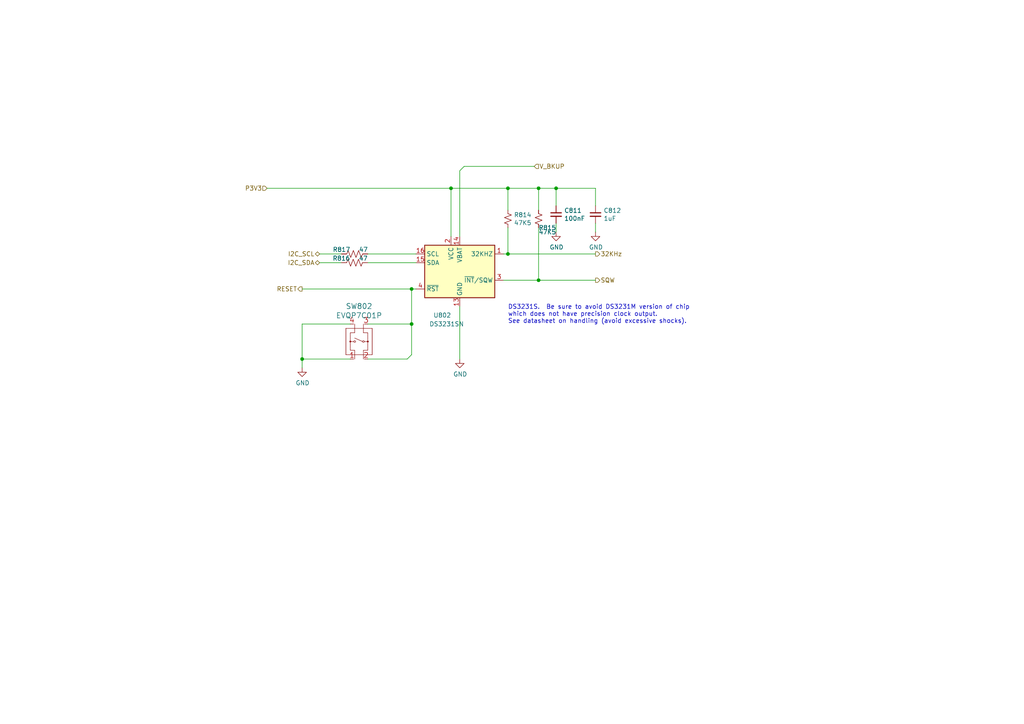
<source format=kicad_sch>
(kicad_sch (version 20211123) (generator eeschema)
  (paper "A4")
  (lib_symbols
    (symbol "Device:C_Small" (pin_numbers hide) (pin_names (offset 0.254) hide)
      (property "Reference" "C" (at 0.254 1.778 0))
      (property "Value" "C_Small" (at 0.254 -2.032 0))
      (symbol "C_Small_0_1"
        (polyline (pts (xy -1.524 -0.508) (xy 1.524 -0.508)) (stroke (width 0.3302)))
        (polyline (pts (xy -1.524 0.508) (xy 1.524 0.508)) (stroke (width 0.3048)))
      )
      (symbol "C_Small_1_1"
        (pin passive line (at 0 2.54 270) (length 2.032) (name "~") (number "1"))
        (pin passive line (at 0 -2.54 90) (length 2.032) (name "~") (number "2"))
      )
    )
    (symbol "Device:R_Small_US" (pin_numbers hide) (pin_names (offset 0.254) hide)
      (property "Reference" "R" (at 0.762 0.508 0))
      (property "Value" "R_Small_US" (at 0.762 -1.016 0))
      (symbol "R_Small_US_1_1"
        (polyline (pts (xy 0 0) (xy 1.016 -0.381) (xy 0 -0.762) (xy -1.016 -1.143) (xy 0 -1.524)))
        (polyline (pts (xy 0 1.524) (xy 1.016 1.143) (xy 0 0.762) (xy -1.016 0.381) (xy 0 0)))
        (pin passive line (at 0 2.54 270) (length 1.016) (name "~") (number "1"))
        (pin passive line (at 0 -2.54 90) (length 1.016) (name "~") (number "2"))
      )
    )
    (symbol "Device:R_US" (pin_numbers hide) (pin_names (offset 0))
      (property "Reference" "R" (at 2.54 0 90))
      (property "Value" "R_US" (at -2.54 0 90))
      (symbol "R_US_0_1"
        (polyline (pts (xy 0 -2.286) (xy 0 -2.54)))
        (polyline (pts (xy 0 2.286) (xy 0 2.54)))
        (polyline (pts (xy 0 -0.762) (xy 1.016 -1.143) (xy 0 -1.524) (xy -1.016 -1.905) (xy 0 -2.286)))
        (polyline (pts (xy 0 0.762) (xy 1.016 0.381) (xy 0 0) (xy -1.016 -0.381) (xy 0 -0.762)))
        (polyline (pts (xy 0 2.286) (xy 1.016 1.905) (xy 0 1.524) (xy -1.016 1.143) (xy 0 0.762)))
      )
      (symbol "R_US_1_1"
        (pin passive line (at 0 3.81 270) (length 1.27) (name "~") (number "1"))
        (pin passive line (at 0 -3.81 90) (length 1.27) (name "~") (number "2"))
      )
    )
    (symbol "EVQP7C01P:EVQP7C01P" (pin_names (offset 0.254) hide)
      (property "Reference" "SW" (at 10.16 6.35 0))
      (property "Value" "EVQP7C01P" (at 15.24 3.81 0))
      (symbol "EVQP7C01P_1_1"
        (polyline (pts (xy 22.86 -2.54) (xy 22.86 5.08)))
        (polyline (pts (xy 22.86 -2.54) (xy 30.48 -2.54)) (stroke (width 0.127)))
        (polyline (pts (xy 24.13 -1.27) (xy 24.13 3.81)) (stroke (width 0.127)))
        (polyline (pts (xy 24.13 1.27) (xy 25.146 1.27)) (stroke (width 0.127)))
        (polyline (pts (xy 24.13 3.81) (xy 25.4 3.81)) (stroke (width 0.127)))
        (polyline (pts (xy 25.4 -3.81) (xy 25.4 -1.27)) (stroke (width 0.127)))
        (polyline (pts (xy 25.4 -1.27) (xy 24.13 -1.27)) (stroke (width 0.127)))
        (polyline (pts (xy 25.4 2.286) (xy 27.686 1.27)) (stroke (width 0.127)))
        (polyline (pts (xy 25.4 3.81) (xy 25.4 6.35)) (stroke (width 0.127)))
        (polyline (pts (xy 27.94 -1.27) (xy 27.94 -3.81)) (stroke (width 0.127)))
        (polyline (pts (xy 27.94 3.81) (xy 29.21 3.81)) (stroke (width 0.127)))
        (polyline (pts (xy 27.94 6.35) (xy 27.94 3.81)) (stroke (width 0.127)))
        (polyline (pts (xy 28.194 1.27) (xy 29.21 1.27)) (stroke (width 0.127)))
        (polyline (pts (xy 29.21 -1.27) (xy 27.94 -1.27)) (stroke (width 0.127)))
        (polyline (pts (xy 29.21 3.81) (xy 29.21 -1.27)) (stroke (width 0.127)))
        (polyline (pts (xy 30.48 -2.54) (xy 30.48 5.08)))
        (polyline (pts (xy 30.48 5.08) (xy 22.86 5.08)) (stroke (width 0.127)))
        (circle (center 24.13 1.27) (radius 0.127) (stroke (width 0.254)))
        (arc (start 24.257 1.27) (mid 24.003 1.27) (end 24.257 1.27) (stroke (width 0.254)))
        (circle (center 25.4 1.27) (radius 0.254) (stroke (width 0.127)))
        (arc (start 25.654 1.27) (mid 25.146 1.27) (end 25.654 1.27) (stroke (width 0.127)))
        (circle (center 27.94 1.27) (radius 0.254) (stroke (width 0.127)))
        (arc (start 28.194 1.27) (mid 27.686 1.27) (end 28.194 1.27) (stroke (width 0.127)))
        (circle (center 29.21 1.27) (radius 0.127) (stroke (width 0.254)))
        (arc (start 29.337 1.27) (mid 29.083 1.27) (end 29.337 1.27) (stroke (width 0.254)))
        (pin unspecified line (at 24.13 -3.81 0) (length 0.9906) (name "1") (number "1"))
        (pin unspecified line (at 29.21 -3.81 180) (length 0.9906) (name "2") (number "2"))
        (pin unspecified line (at 29.21 6.35 180) (length 0.9906) (name "3") (number "3"))
        (pin unspecified line (at 24.13 6.35 0) (length 0.9906) (name "4") (number "4"))
      )
    )
    (symbol "power:GND" (power) (pin_names (offset 0))
      (property "Value" "GND" (at 0 -3.81 0))
      (symbol "GND_0_1"
        (polyline (pts (xy 0 0) (xy 0 -1.27) (xy 1.27 -1.27) (xy 0 -2.54) (xy -1.27 -1.27) (xy 0 -1.27)))
      )
      (symbol "GND_1_1"
        (pin power_in line (at 0 0 270) (length 0) hide (name "GND") (number "1"))
      )
    )
    (symbol "sapphireMini:DS3231S"
      (property "Reference" "U" (at -7.62 8.89 0))
      (property "Value" "DS3231S" (at 10.16 8.89 0))
      (symbol "DS3231S_0_1"
        (rectangle (start -10.16 7.62) (end 10.16 -7.62) (stroke (width 0.254)) (fill (type background)))
      )
      (symbol "DS3231S_1_1"
        (pin open_collector line (at 12.7 5.08 180) (length 2.54) (name "32KHZ") (number "1"))
        (pin passive line (at 0 -10.16 90) (length 2.54) hide (name "GND") (number "10"))
        (pin passive line (at 0 -10.16 90) (length 2.54) hide (name "GND") (number "11"))
        (pin passive line (at 0 -10.16 90) (length 2.54) hide (name "GND") (number "12"))
        (pin power_in line (at 0 -10.16 90) (length 2.54) (name "GND") (number "13"))
        (pin power_in line (at 0 10.16 270) (length 2.54) (name "VBAT") (number "14"))
        (pin bidirectional line (at -12.7 2.54 0) (length 2.54) (name "SDA") (number "15"))
        (pin input line (at -12.7 5.08 0) (length 2.54) (name "SCL") (number "16"))
        (pin power_in line (at -2.54 10.16 270) (length 2.54) (name "VCC") (number "2"))
        (pin open_collector line (at 12.7 -2.54 180) (length 2.54) (name "~{INT}/SQW") (number "3"))
        (pin bidirectional line (at -12.7 -5.08 0) (length 2.54) (name "~{RST}") (number "4"))
        (pin passive line (at 0 -10.16 90) (length 2.54) hide (name "GND") (number "5"))
        (pin passive line (at 0 -10.16 90) (length 2.54) hide (name "GND") (number "6"))
        (pin passive line (at 0 -10.16 90) (length 2.54) hide (name "GND") (number "7"))
        (pin passive line (at 0 -10.16 90) (length 2.54) hide (name "GND") (number "8"))
        (pin passive line (at 0 -10.16 90) (length 2.54) hide (name "GND") (number "9"))
      )
    )
  )
  (junction (at 147.32 73.66))
  (junction (at 130.81 54.61))
  (junction (at 87.63 104.14))
  (junction (at 147.32 54.61))
  (junction (at 119.38 93.98))
  (junction (at 161.29 54.61))
  (junction (at 156.21 81.28))
  (junction (at 156.21 54.61))
  (junction (at 119.38 83.82))
  (wire (pts (xy 147.32 73.66) (xy 147.32 66.04)))
  (wire (pts (xy 119.38 93.98) (xy 119.38 102.87)))
  (wire (pts (xy 119.38 83.82) (xy 120.65 83.82)))
  (wire (pts (xy 119.38 102.87) (xy 118.11 104.14)))
  (wire (pts (xy 147.32 54.61) (xy 156.21 54.61)))
  (wire (pts (xy 146.05 81.28) (xy 156.21 81.28)))
  (wire (pts (xy 133.35 49.53) (xy 134.62 48.26)))
  (wire (pts (xy 118.11 104.14) (xy 106.68 104.14)))
  (wire (pts (xy 156.21 54.61) (xy 161.29 54.61)))
  (wire (pts (xy 147.32 73.66) (xy 172.72 73.66)))
  (wire (pts (xy 77.47 54.61) (xy 130.81 54.61)))
  (wire (pts (xy 101.6 104.14) (xy 87.63 104.14)))
  (wire (pts (xy 130.81 54.61) (xy 147.32 54.61)))
  (wire (pts (xy 106.68 73.66) (xy 120.65 73.66)))
  (wire (pts (xy 156.21 66.04) (xy 156.21 81.28)))
  (wire (pts (xy 156.21 81.28) (xy 172.72 81.28)))
  (wire (pts (xy 161.29 59.69) (xy 161.29 54.61)))
  (wire (pts (xy 130.81 68.58) (xy 130.81 54.61)))
  (wire (pts (xy 92.71 73.66) (xy 99.06 73.66)))
  (wire (pts (xy 133.35 104.14) (xy 133.35 88.9)))
  (wire (pts (xy 106.6357 76.2) (xy 120.65 76.2)))
  (wire (pts (xy 146.05 73.66) (xy 147.32 73.66)))
  (wire (pts (xy 156.21 60.96) (xy 156.21 54.61)))
  (wire (pts (xy 161.29 54.61) (xy 172.72 54.61)))
  (wire (pts (xy 87.63 93.98) (xy 101.6 93.98)))
  (wire (pts (xy 87.63 106.68) (xy 87.63 104.14)))
  (wire (pts (xy 147.32 60.96) (xy 147.32 54.61)))
  (wire (pts (xy 161.29 67.31) (xy 161.29 64.77)))
  (wire (pts (xy 87.63 93.98) (xy 87.63 104.14)))
  (wire (pts (xy 172.72 54.61) (xy 172.72 59.69)))
  (wire (pts (xy 119.38 83.82) (xy 119.38 93.98)))
  (wire (pts (xy 92.71 76.2) (xy 99.0157 76.2)))
  (wire (pts (xy 106.68 93.98) (xy 119.38 93.98)))
  (wire (pts (xy 87.63 83.82) (xy 119.38 83.82)))
  (wire (pts (xy 133.35 49.53) (xy 133.35 68.58)))
  (wire (pts (xy 134.62 48.26) (xy 154.94 48.26)))
  (wire (pts (xy 172.72 64.77) (xy 172.72 67.31)))
  (text "DS3231S.  Be sure to avoid DS3231M version of chip \nwhich does not have precision clock output.\nSee datasheet on handling (avoid excessive shocks).\n" (at 147.32 93.98 0) (effects (font (size 1.27 1.27)) (justify left bottom)))
  (hierarchical_label "I2C_SDA" (shape bidirectional) (at 92.71 76.2 180))
  (hierarchical_label "I2C_SCL" (shape bidirectional) (at 92.71 73.66 180))
  (hierarchical_label "V_BKUP" (shape input) (at 154.94 48.26 0))
  (hierarchical_label "SQW" (shape output) (at 172.72 81.28 0))
  (hierarchical_label "32KHz" (shape output) (at 172.72 73.66 0))
  (hierarchical_label "P3V3" (shape input) (at 77.47 54.61 180))
  (hierarchical_label "RESET" (shape output) (at 87.63 83.82 180))
  (symbol (lib_id "power:GND") (at 172.72 67.31 0) (unit 1)
    (property "Reference" "#PWR0118" (effects hide))
    (property "Value" "GND" (at 172.847 71.7042 0))
  )
  (symbol (lib_id "power:GND") (at 161.29 67.31 0) (unit 1)
    (property "Reference" "#PWR0117" (effects hide))
    (property "Value" "GND" (at 161.417 71.7042 0))
  )
  (symbol (lib_id "Device:C_Small") (at 172.72 62.23 0) (unit 1)
    (property "Reference" "C812" (at 175.0568 61.0616 0) (effects (justify left)))
    (property "Value" "1uF" (at 175.0568 63.373 0) (effects (justify left)))
    (property "Footprint" "Capacitor_SMD:C_0805_2012Metric" (effects hide))
    (property "DigiKey Price" "0.06" (effects hide))
    (property "MPN" "CL21B105KOFNNNG" (effects hide))
    (property "Manufacturer" "Samsung" (effects hide))
    (property "Tolerance" "10%" (effects hide))
    (property "Type" " " (effects hide))
    (property "Voltage" "16" (effects hide))
    (property "Populate" "1" (effects hide))
    (property "MacroFab_PN" "MF-CAP-0805-1uF" (effects hide))
    (property "Digi-Key_PN" "1276-6471-1-ND " (effects hide))
    (property "Distributor" "Digikey" (effects hide))
    (property "DPN" "1276-6471-1-ND " (effects hide))
    (property "Description" "1 µF ±10% 16V Ceramic Capacitor X7R 0805 " (effects hide))
  )
  (symbol (lib_id "Device:R_US") (at 102.8257 76.2 270) (unit 1)
    (property "Reference" "R816" (at 99.0157 74.93 90))
    (property "Value" "47" (at 105.3657 74.93 90))
    (property "Footprint" "Resistor_SMD:R_0603_1608Metric" (effects hide))
    (property "Description" "47 Ohms ±1% 0.1W, 1/10W Chip Resistor 0603" (effects hide))
    (property "MPN" "CRCW060347R0FKEAC" (effects hide))
    (property "Manufacturer" "Vishay" (effects hide))
    (property "Populate" "1" (effects hide))
  )
  (symbol (lib_id "Device:C_Small") (at 161.29 62.23 0) (unit 1)
    (property "Reference" "C811" (at 163.6268 61.0616 0) (effects (justify left)))
    (property "Value" "100nF" (at 163.6268 63.373 0) (effects (justify left)))
    (property "Footprint" "Capacitor_SMD:C_0603_1608Metric" (effects hide))
    (property "DigiKey Price" "0.10" (effects hide))
    (property "MPN" "CL05A104KA5NNNC" (effects hide))
    (property "Manufacturer" "Samsung" (effects hide))
    (property "Tolerance" "10%" (effects hide))
    (property "Voltage" "25" (effects hide))
    (property "Voltage Rating (DC)" "25 volt" (effects hide))
    (property "Populate" "1" (effects hide))
    (property "MacroFab_PN" "MF-CAP-0603-0.1uF" (effects hide))
    (property "Digi-Key_PN" "1276-1006-1-ND " (effects hide))
    (property "Distributor" "Digikey" (effects hide))
    (property "DPN" "1276-1006-1-ND " (effects hide))
    (property "Description" "0.1 µF ±10% 25V Ceramic Capacitor X7R 0603 (1608 Metric)" (effects hide))
  )
  (symbol (lib_id "Device:R_Small_US") (at 156.21 63.5 0) (unit 1)
    (property "Reference" "R815" (at 156.21 66.04 0) (effects (justify left)))
    (property "Value" "47K5" (at 156.21 67.31 0) (effects (justify left)))
    (property "Footprint" "Resistor_SMD:R_0603_1608Metric" (effects hide))
    (property "DigiKey Price" "0.10" (effects hide))
    (property "Manufacturer" "Vishay" (effects hide))
    (property "MPN" "CRCW060347K5FKEAC" (effects hide))
    (property "Tolerance" "1%" (effects hide))
    (property "Populate" "1" (effects hide))
    (property "MacroFab_PN" "CRCW060347K5FKEAC" (effects hide))
    (property "Digi-Key_PN" "541-4050-1-ND" (effects hide))
    (property "Distributor" "Digikey" (effects hide))
    (property "DPN" "541-4050-1-ND" (effects hide))
    (property "Description" "47.5 kOhms ±1% 0.1W, 1/10W Chip Resistor 0603" (effects hide))
  )
  (symbol (lib_id "Device:R_Small_US") (at 147.32 63.5 0) (unit 1)
    (property "Reference" "R814" (at 149.0472 62.3316 0) (effects (justify left)))
    (property "Value" "47K5" (at 149.0472 64.643 0) (effects (justify left)))
    (property "Footprint" "Resistor_SMD:R_0603_1608Metric" (effects hide))
    (property "DigiKey Price" "0.10" (effects hide))
    (property "Manufacturer" "Vishay" (effects hide))
    (property "MPN" "CRCW060347K5FKEAC" (effects hide))
    (property "Tolerance" "1%" (effects hide))
    (property "Populate" "1" (effects hide))
    (property "MacroFab_PN" "CRCW060347K5FKEAC" (effects hide))
    (property "Digi-Key_PN" "541-4050-1-ND" (effects hide))
    (property "Distributor" "Digikey" (effects hide))
    (property "DPN" "541-4050-1-ND" (effects hide))
    (property "Description" "47.5 kOhms ±1% 0.1W, 1/10W Chip Resistor 0603" (effects hide))
  )
  (symbol (lib_id "sapphireMini:DS3231S") (at 133.35 78.74 0) (unit 1)
    (property "Reference" "U802" (at 128.27 91.44 0))
    (property "Value" "DS3231SN" (at 129.54 93.98 0))
    (property "Footprint" "Package_SO:SOIC-16W_7.5x10.3mm_P1.27mm" (effects hide))
    (property "Datasheet" "http://datasheets.maximintegrated.com/en/ds/DS3231.pdf" (effects hide))
    (property "MPN" "DS3231SN#T&R" (effects hide))
    (property "Manufacturer" "Maxim" (effects hide))
    (property "Populate" "1" (effects hide))
    (property "MacroFab_PN" "DS3231SN#" (effects hide))
    (property "Digi-Key_PN" "DS3231SN#T&RCT-ND" (effects hide))
    (property "Distributor" "Digikey" (effects hide))
    (property "DPN" "DS3231SN#T&RCT-ND" (effects hide))
    (property "Description" "Real Time Clock (RTC) IC Clock/Calendar - I²C, 2-Wire Serial 16-SOIC (0.295\", 7.50mm Width)" (effects hide))
    (property "OnHand" "110" (effects hide))
    (property "Status" "Tubes" (effects hide))
  )
  (symbol (lib_id "Device:R_US") (at 102.87 73.66 270) (unit 1)
    (property "Reference" "R817" (at 99.06 72.39 90))
    (property "Value" "47" (at 105.41 72.39 90))
    (property "Footprint" "Resistor_SMD:R_0603_1608Metric" (effects hide))
    (property "Description" "47 Ohms ±1% 0.1W, 1/10W Chip Resistor 0603" (effects hide))
    (property "MPN" "CRCW060347R0FKEAC" (effects hide))
    (property "Manufacturer" "Vishay" (effects hide))
    (property "Populate" "1" (effects hide))
  )
  (symbol (lib_id "power:GND") (at 133.35 104.14 0) (unit 1)
    (property "Reference" "#PWR0116" (effects hide))
    (property "Value" "GND" (at 133.477 108.5342 0))
  )
  (symbol (lib_id "EVQP7C01P:EVQP7C01P") (at 77.47 100.33 0) (unit 1)
    (property "Reference" "SW802" (at 104.14 88.8238 0) (effects (font (size 1.524 1.524))))
    (property "Value" "EVQP7C01P" (at 104.14 91.5162 0) (effects (font (size 1.524 1.524))))
    (property "Footprint" "SapphineMinimal:EVQP7C01P" (effects hide))
    (property "Populate" "1" (effects hide))
    (property "Description" "Tactile Switch SPST-NO Side Actuated Surface Mount, Right Angle" (effects hide))
    (property "Digi-Key_PN" "P16765CT-ND" (effects hide))
    (property "MPN" "EVQ-P7C01P" (effects hide))
    (property "Distributor" "Digikey" (effects hide))
  )
  (symbol (lib_id "power:GND") (at 87.63 106.68 0) (unit 1)
    (property "Reference" "#PWR0115" (effects hide))
    (property "Value" "GND" (at 87.757 111.0742 0))
  )
)
</source>
